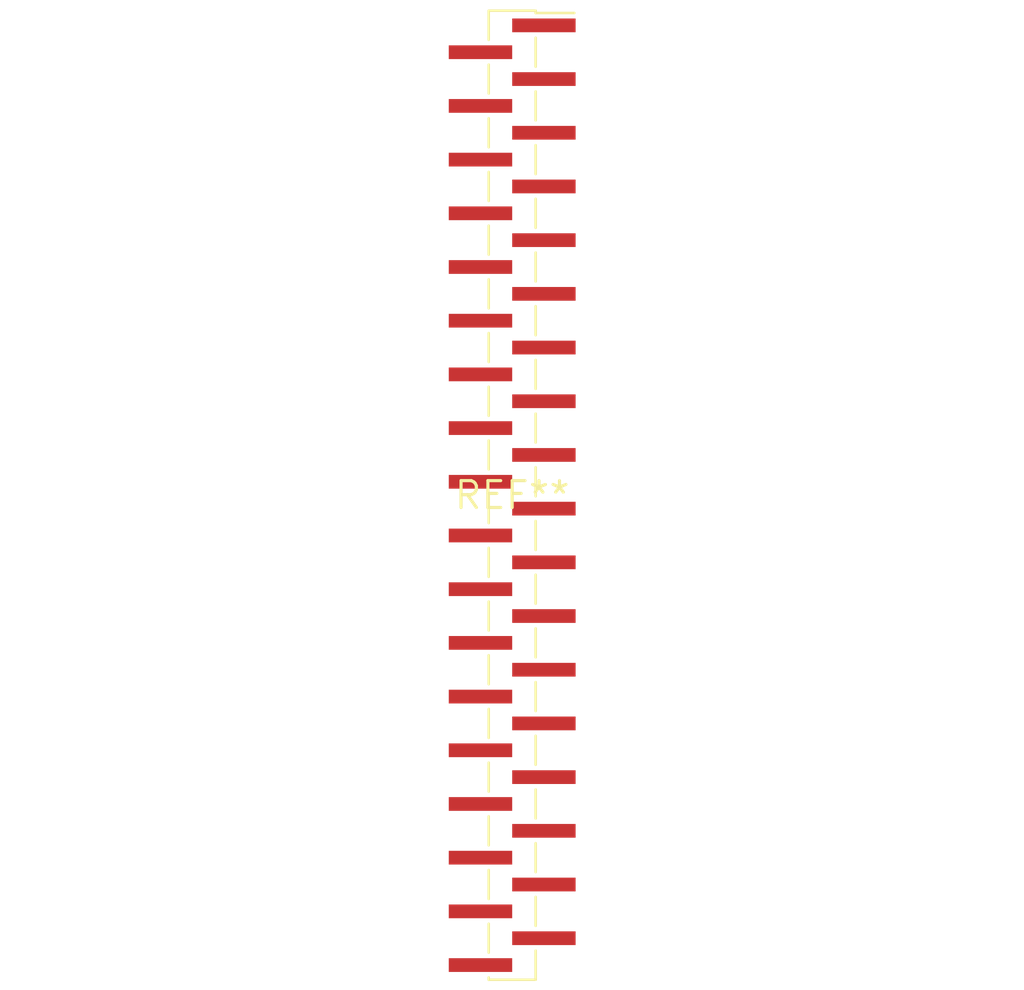
<source format=kicad_pcb>
(kicad_pcb (version 20240108) (generator pcbnew)
  (layers (0 "F.Cu" signal) (31 "B.Cu" signal) (34 "B.Paste" user) (35 "F.Paste" user) (36 "B.SilkS" user "B.Silkscreen") (37 "F.SilkS" user "F.Silkscreen") (38 "B.Mask" user) (39 "F.Mask" user) (44 "Edge.Cuts" user))
  (net 0 "")
  (footprint "PinHeader_1x36_P1.27mm_Vertical_SMD_Pin1Right" (layer "F.Cu") (at 0 0)
    (property "Reference" "REF**")
    (property "Value" "PinHeader_1x36_P1.27mm_Vertical_SMD_Pin1Right")
    (fp_line (start -1.11 -22.92) (end 1.11 -22.92) (layer "F.SilkS") (stroke (width 0.12)))
    (fp_line (start -1.11 -22.91) (end -1.11 -21.54) (layer "F.SilkS") (stroke (width 0.12)))
    (fp_line (start -1.11 -20.37) (end -1.11 -19) (layer "F.SilkS") (stroke (width 0.12)))
    (fp_line (start -1.11 -17.83) (end -1.11 -16.46) (layer "F.SilkS") (stroke (width 0.12)))
    (fp_line (start -1.11 -15.29) (end -1.11 -13.92) (layer "F.SilkS") (stroke (width 0.12)))
    (fp_line (start -1.11 -12.75) (end -1.11 -11.38) (layer "F.SilkS") (stroke (width 0.12)))
    (fp_line (start -1.11 -10.21) (end -1.11 -8.84) (layer "F.SilkS") (stroke (width 0.12)))
    (fp_line (start -1.11 -7.67) (end -1.11 -6.3) (layer "F.SilkS") (stroke (width 0.12)))
    (fp_line (start -1.11 -5.13) (end -1.11 -3.76) (layer "F.SilkS") (stroke (width 0.12)))
    (fp_line (start -1.11 -2.59) (end -1.11 -1.22) (layer "F.SilkS") (stroke (width 0.12)))
    (fp_line (start -1.11 -0.05) (end -1.11 1.32) (layer "F.SilkS") (stroke (width 0.12)))
    (fp_line (start -1.11 2.49) (end -1.11 3.86) (layer "F.SilkS") (stroke (width 0.12)))
    (fp_line (start -1.11 5.03) (end -1.11 6.4) (layer "F.SilkS") (stroke (width 0.12)))
    (fp_line (start -1.11 7.57) (end -1.11 8.94) (layer "F.SilkS") (stroke (width 0.12)))
    (fp_line (start -1.11 10.11) (end -1.11 11.48) (layer "F.SilkS") (stroke (width 0.12)))
    (fp_line (start -1.11 12.65) (end -1.11 14.02) (layer "F.SilkS") (stroke (width 0.12)))
    (fp_line (start -1.11 15.19) (end -1.11 16.56) (layer "F.SilkS") (stroke (width 0.12)))
    (fp_line (start -1.11 17.73) (end -1.11 19.1) (layer "F.SilkS") (stroke (width 0.12)))
    (fp_line (start -1.11 20.27) (end -1.11 21.64) (layer "F.SilkS") (stroke (width 0.12)))
    (fp_line (start -1.11 22.81) (end -1.11 22.92) (layer "F.SilkS") (stroke (width 0.12)))
    (fp_line (start -1.11 22.92) (end 1.11 22.92) (layer "F.SilkS") (stroke (width 0.12)))
    (fp_line (start 1.11 -22.92) (end 1.11 -22.81) (layer "F.SilkS") (stroke (width 0.12)))
    (fp_line (start 1.11 -22.81) (end 2.94 -22.81) (layer "F.SilkS") (stroke (width 0.12)))
    (fp_line (start 1.11 -21.64) (end 1.11 -20.27) (layer "F.SilkS") (stroke (width 0.12)))
    (fp_line (start 1.11 -19.1) (end 1.11 -17.73) (layer "F.SilkS") (stroke (width 0.12)))
    (fp_line (start 1.11 -16.56) (end 1.11 -15.19) (layer "F.SilkS") (stroke (width 0.12)))
    (fp_line (start 1.11 -14.02) (end 1.11 -12.65) (layer "F.SilkS") (stroke (width 0.12)))
    (fp_line (start 1.11 -11.48) (end 1.11 -10.11) (layer "F.SilkS") (stroke (width 0.12)))
    (fp_line (start 1.11 -8.94) (end 1.11 -7.57) (layer "F.SilkS") (stroke (width 0.12)))
    (fp_line (start 1.11 -6.4) (end 1.11 -5.03) (layer "F.SilkS") (stroke (width 0.12)))
    (fp_line (start 1.11 -3.86) (end 1.11 -2.49) (layer "F.SilkS") (stroke (width 0.12)))
    (fp_line (start 1.11 -1.32) (end 1.11 0.05) (layer "F.SilkS") (stroke (width 0.12)))
    (fp_line (start 1.11 1.22) (end 1.11 2.59) (layer "F.SilkS") (stroke (width 0.12)))
    (fp_line (start 1.11 3.76) (end 1.11 5.13) (layer "F.SilkS") (stroke (width 0.12)))
    (fp_line (start 1.11 6.3) (end 1.11 7.67) (layer "F.SilkS") (stroke (width 0.12)))
    (fp_line (start 1.11 8.84) (end 1.11 10.21) (layer "F.SilkS") (stroke (width 0.12)))
    (fp_line (start 1.11 11.38) (end 1.11 12.75) (layer "F.SilkS") (stroke (width 0.12)))
    (fp_line (start 1.11 13.92) (end 1.11 15.29) (layer "F.SilkS") (stroke (width 0.12)))
    (fp_line (start 1.11 16.46) (end 1.11 17.83) (layer "F.SilkS") (stroke (width 0.12)))
    (fp_line (start 1.11 19) (end 1.11 20.37) (layer "F.SilkS") (stroke (width 0.12)))
    (fp_line (start 1.11 21.54) (end 1.11 22.91) (layer "F.SilkS") (stroke (width 0.12)))
    (pad "1" smd rect (at 1.5 -22.225) (size 3 0.65) (layers "F.Cu" "F.Paste" "F.Mask"))
    (pad "2" smd rect (at -1.5 -20.955) (size 3 0.65) (layers "F.Cu" "F.Paste" "F.Mask"))
    (pad "3" smd rect (at 1.5 -19.685) (size 3 0.65) (layers "F.Cu" "F.Paste" "F.Mask"))
    (pad "4" smd rect (at -1.5 -18.415) (size 3 0.65) (layers "F.Cu" "F.Paste" "F.Mask"))
    (pad "5" smd rect (at 1.5 -17.145) (size 3 0.65) (layers "F.Cu" "F.Paste" "F.Mask"))
    (pad "6" smd rect (at -1.5 -15.875) (size 3 0.65) (layers "F.Cu" "F.Paste" "F.Mask"))
    (pad "7" smd rect (at 1.5 -14.605) (size 3 0.65) (layers "F.Cu" "F.Paste" "F.Mask"))
    (pad "8" smd rect (at -1.5 -13.335) (size 3 0.65) (layers "F.Cu" "F.Paste" "F.Mask"))
    (pad "9" smd rect (at 1.5 -12.065) (size 3 0.65) (layers "F.Cu" "F.Paste" "F.Mask"))
    (pad "10" smd rect (at -1.5 -10.795) (size 3 0.65) (layers "F.Cu" "F.Paste" "F.Mask"))
    (pad "11" smd rect (at 1.5 -9.525) (size 3 0.65) (layers "F.Cu" "F.Paste" "F.Mask"))
    (pad "12" smd rect (at -1.5 -8.255) (size 3 0.65) (layers "F.Cu" "F.Paste" "F.Mask"))
    (pad "13" smd rect (at 1.5 -6.985) (size 3 0.65) (layers "F.Cu" "F.Paste" "F.Mask"))
    (pad "14" smd rect (at -1.5 -5.715) (size 3 0.65) (layers "F.Cu" "F.Paste" "F.Mask"))
    (pad "15" smd rect (at 1.5 -4.445) (size 3 0.65) (layers "F.Cu" "F.Paste" "F.Mask"))
    (pad "16" smd rect (at -1.5 -3.175) (size 3 0.65) (layers "F.Cu" "F.Paste" "F.Mask"))
    (pad "17" smd rect (at 1.5 -1.905) (size 3 0.65) (layers "F.Cu" "F.Paste" "F.Mask"))
    (pad "18" smd rect (at -1.5 -0.635) (size 3 0.65) (layers "F.Cu" "F.Paste" "F.Mask"))
    (pad "19" smd rect (at 1.5 0.635) (size 3 0.65) (layers "F.Cu" "F.Paste" "F.Mask"))
    (pad "20" smd rect (at -1.5 1.905) (size 3 0.65) (layers "F.Cu" "F.Paste" "F.Mask"))
    (pad "21" smd rect (at 1.5 3.175) (size 3 0.65) (layers "F.Cu" "F.Paste" "F.Mask"))
    (pad "22" smd rect (at -1.5 4.445) (size 3 0.65) (layers "F.Cu" "F.Paste" "F.Mask"))
    (pad "23" smd rect (at 1.5 5.715) (size 3 0.65) (layers "F.Cu" "F.Paste" "F.Mask"))
    (pad "24" smd rect (at -1.5 6.985) (size 3 0.65) (layers "F.Cu" "F.Paste" "F.Mask"))
    (pad "25" smd rect (at 1.5 8.255) (size 3 0.65) (layers "F.Cu" "F.Paste" "F.Mask"))
    (pad "26" smd rect (at -1.5 9.525) (size 3 0.65) (layers "F.Cu" "F.Paste" "F.Mask"))
    (pad "27" smd rect (at 1.5 10.795) (size 3 0.65) (layers "F.Cu" "F.Paste" "F.Mask"))
    (pad "28" smd rect (at -1.5 12.065) (size 3 0.65) (layers "F.Cu" "F.Paste" "F.Mask"))
    (pad "29" smd rect (at 1.5 13.335) (size 3 0.65) (layers "F.Cu" "F.Paste" "F.Mask"))
    (pad "30" smd rect (at -1.5 14.605) (size 3 0.65) (layers "F.Cu" "F.Paste" "F.Mask"))
    (pad "31" smd rect (at 1.5 15.875) (size 3 0.65) (layers "F.Cu" "F.Paste" "F.Mask"))
    (pad "32" smd rect (at -1.5 17.145) (size 3 0.65) (layers "F.Cu" "F.Paste" "F.Mask"))
    (pad "33" smd rect (at 1.5 18.415) (size 3 0.65) (layers "F.Cu" "F.Paste" "F.Mask"))
    (pad "34" smd rect (at -1.5 19.685) (size 3 0.65) (layers "F.Cu" "F.Paste" "F.Mask"))
    (pad "35" smd rect (at 1.5 20.955) (size 3 0.65) (layers "F.Cu" "F.Paste" "F.Mask"))
    (pad "36" smd rect (at -1.5 22.225) (size 3 0.65) (layers "F.Cu" "F.Paste" "F.Mask"))
  )
)
</source>
